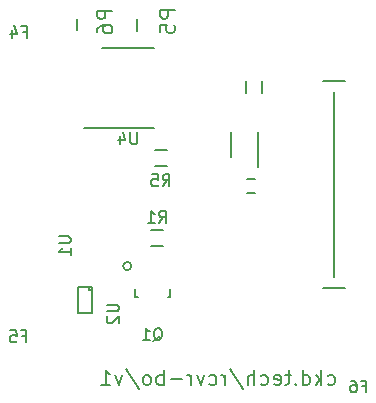
<source format=gbo>
G04 #@! TF.FileFunction,Legend,Bot*
%FSLAX46Y46*%
G04 Gerber Fmt 4.6, Leading zero omitted, Abs format (unit mm)*
G04 Created by KiCad (PCBNEW 4.0.1-stable) date Wednesday, February 10, 2016 'AMt' 10:32:58 AM*
%MOMM*%
G01*
G04 APERTURE LIST*
%ADD10C,0.100000*%
%ADD11C,0.200000*%
%ADD12C,0.150000*%
G04 APERTURE END LIST*
D10*
D11*
X146199524Y-93237619D02*
X144929524Y-93237619D01*
X144929524Y-93721428D01*
X144990000Y-93842381D01*
X145050476Y-93902857D01*
X145171429Y-93963333D01*
X145352857Y-93963333D01*
X145473810Y-93902857D01*
X145534286Y-93842381D01*
X145594762Y-93721428D01*
X145594762Y-93237619D01*
X144929524Y-95112381D02*
X144929524Y-94507619D01*
X145534286Y-94447143D01*
X145473810Y-94507619D01*
X145413333Y-94628571D01*
X145413333Y-94930952D01*
X145473810Y-95051905D01*
X145534286Y-95112381D01*
X145655238Y-95172857D01*
X145957619Y-95172857D01*
X146078571Y-95112381D01*
X146139048Y-95051905D01*
X146199524Y-94930952D01*
X146199524Y-94628571D01*
X146139048Y-94507619D01*
X146078571Y-94447143D01*
X143015714Y-93991191D02*
X143015714Y-94958810D01*
X140899524Y-93262619D02*
X139629524Y-93262619D01*
X139629524Y-93746428D01*
X139690000Y-93867381D01*
X139750476Y-93927857D01*
X139871429Y-93988333D01*
X140052857Y-93988333D01*
X140173810Y-93927857D01*
X140234286Y-93867381D01*
X140294762Y-93746428D01*
X140294762Y-93262619D01*
X139629524Y-95076905D02*
X139629524Y-94835000D01*
X139690000Y-94714048D01*
X139750476Y-94653571D01*
X139931905Y-94532619D01*
X140173810Y-94472143D01*
X140657619Y-94472143D01*
X140778571Y-94532619D01*
X140839048Y-94593095D01*
X140899524Y-94714048D01*
X140899524Y-94955952D01*
X140839048Y-95076905D01*
X140778571Y-95137381D01*
X140657619Y-95197857D01*
X140355238Y-95197857D01*
X140234286Y-95137381D01*
X140173810Y-95076905D01*
X140113333Y-94955952D01*
X140113333Y-94714048D01*
X140173810Y-94593095D01*
X140234286Y-94532619D01*
X140355238Y-94472143D01*
X137865714Y-93966191D02*
X137865714Y-94933810D01*
X159133094Y-124914048D02*
X159254047Y-124974524D01*
X159495951Y-124974524D01*
X159616904Y-124914048D01*
X159677380Y-124853571D01*
X159737856Y-124732619D01*
X159737856Y-124369762D01*
X159677380Y-124248810D01*
X159616904Y-124188333D01*
X159495951Y-124127857D01*
X159254047Y-124127857D01*
X159133094Y-124188333D01*
X158588809Y-124974524D02*
X158588809Y-123704524D01*
X158467857Y-124490714D02*
X158105000Y-124974524D01*
X158105000Y-124127857D02*
X158588809Y-124611667D01*
X157016428Y-124974524D02*
X157016428Y-123704524D01*
X157016428Y-124914048D02*
X157137381Y-124974524D01*
X157379285Y-124974524D01*
X157500238Y-124914048D01*
X157560714Y-124853571D01*
X157621190Y-124732619D01*
X157621190Y-124369762D01*
X157560714Y-124248810D01*
X157500238Y-124188333D01*
X157379285Y-124127857D01*
X157137381Y-124127857D01*
X157016428Y-124188333D01*
X156411666Y-124853571D02*
X156351190Y-124914048D01*
X156411666Y-124974524D01*
X156472142Y-124914048D01*
X156411666Y-124853571D01*
X156411666Y-124974524D01*
X155988333Y-124127857D02*
X155504523Y-124127857D01*
X155806904Y-123704524D02*
X155806904Y-124793095D01*
X155746428Y-124914048D01*
X155625475Y-124974524D01*
X155504523Y-124974524D01*
X154597381Y-124914048D02*
X154718333Y-124974524D01*
X154960238Y-124974524D01*
X155081190Y-124914048D01*
X155141666Y-124793095D01*
X155141666Y-124309286D01*
X155081190Y-124188333D01*
X154960238Y-124127857D01*
X154718333Y-124127857D01*
X154597381Y-124188333D01*
X154536904Y-124309286D01*
X154536904Y-124430238D01*
X155141666Y-124551190D01*
X153448333Y-124914048D02*
X153569286Y-124974524D01*
X153811190Y-124974524D01*
X153932143Y-124914048D01*
X153992619Y-124853571D01*
X154053095Y-124732619D01*
X154053095Y-124369762D01*
X153992619Y-124248810D01*
X153932143Y-124188333D01*
X153811190Y-124127857D01*
X153569286Y-124127857D01*
X153448333Y-124188333D01*
X152904048Y-124974524D02*
X152904048Y-123704524D01*
X152359762Y-124974524D02*
X152359762Y-124309286D01*
X152420239Y-124188333D01*
X152541191Y-124127857D01*
X152722619Y-124127857D01*
X152843572Y-124188333D01*
X152904048Y-124248810D01*
X150847857Y-123644048D02*
X151936429Y-125276905D01*
X150424524Y-124974524D02*
X150424524Y-124127857D01*
X150424524Y-124369762D02*
X150364048Y-124248810D01*
X150303572Y-124188333D01*
X150182619Y-124127857D01*
X150061667Y-124127857D01*
X149094048Y-124914048D02*
X149215001Y-124974524D01*
X149456905Y-124974524D01*
X149577858Y-124914048D01*
X149638334Y-124853571D01*
X149698810Y-124732619D01*
X149698810Y-124369762D01*
X149638334Y-124248810D01*
X149577858Y-124188333D01*
X149456905Y-124127857D01*
X149215001Y-124127857D01*
X149094048Y-124188333D01*
X148670715Y-124127857D02*
X148368334Y-124974524D01*
X148065954Y-124127857D01*
X147582144Y-124974524D02*
X147582144Y-124127857D01*
X147582144Y-124369762D02*
X147521668Y-124248810D01*
X147461192Y-124188333D01*
X147340239Y-124127857D01*
X147219287Y-124127857D01*
X146795954Y-124490714D02*
X145828335Y-124490714D01*
X145223573Y-124974524D02*
X145223573Y-123704524D01*
X145223573Y-124188333D02*
X145102621Y-124127857D01*
X144860716Y-124127857D01*
X144739764Y-124188333D01*
X144679287Y-124248810D01*
X144618811Y-124369762D01*
X144618811Y-124732619D01*
X144679287Y-124853571D01*
X144739764Y-124914048D01*
X144860716Y-124974524D01*
X145102621Y-124974524D01*
X145223573Y-124914048D01*
X143893096Y-124974524D02*
X144014049Y-124914048D01*
X144074525Y-124853571D01*
X144135001Y-124732619D01*
X144135001Y-124369762D01*
X144074525Y-124248810D01*
X144014049Y-124188333D01*
X143893096Y-124127857D01*
X143711668Y-124127857D01*
X143590716Y-124188333D01*
X143530239Y-124248810D01*
X143469763Y-124369762D01*
X143469763Y-124732619D01*
X143530239Y-124853571D01*
X143590716Y-124914048D01*
X143711668Y-124974524D01*
X143893096Y-124974524D01*
X142018334Y-123644048D02*
X143106906Y-125276905D01*
X141715953Y-124127857D02*
X141413572Y-124974524D01*
X141111192Y-124127857D01*
X139962144Y-124974524D02*
X140687858Y-124974524D01*
X140325001Y-124974524D02*
X140325001Y-123704524D01*
X140445953Y-123885952D01*
X140566906Y-124006905D01*
X140687858Y-124067381D01*
D12*
X158725000Y-99240000D02*
X160575000Y-99240000D01*
X158725000Y-116760000D02*
X160575000Y-116760000D01*
X159650000Y-115800000D02*
X159650000Y-100200000D01*
X152975000Y-107525000D02*
X152275000Y-107525000D01*
X152275000Y-108725000D02*
X152975000Y-108725000D01*
X150975000Y-105675000D02*
X150975000Y-103525000D01*
X153225000Y-106500000D02*
X153225000Y-103525000D01*
X153525000Y-100250000D02*
X153525000Y-99250000D01*
X152175000Y-99250000D02*
X152175000Y-100250000D01*
X142775180Y-116824200D02*
X142775180Y-117525240D01*
X142775180Y-117525240D02*
X143024100Y-117525240D01*
X145574160Y-117525240D02*
X145774820Y-117525240D01*
X145774820Y-117525240D02*
X145774820Y-116824200D01*
X145475000Y-105100000D02*
X144475000Y-105100000D01*
X144475000Y-106450000D02*
X145475000Y-106450000D01*
X142503553Y-114900000D02*
G75*
G03X142503553Y-114900000I-353553J0D01*
G01*
X138875000Y-116650000D02*
X138875000Y-116950000D01*
X138875000Y-116950000D02*
X139175000Y-116950000D01*
X137975000Y-118850000D02*
X137975000Y-116650000D01*
X137975000Y-116650000D02*
X139175000Y-116650000D01*
X139175000Y-116650000D02*
X139175000Y-118850000D01*
X139175000Y-118850000D02*
X137975000Y-118850000D01*
X140000000Y-96450000D02*
X144450000Y-96450000D01*
X138475000Y-103200000D02*
X144450000Y-103200000D01*
X145175000Y-111825000D02*
X144175000Y-111825000D01*
X144175000Y-113175000D02*
X145175000Y-113175000D01*
X133308333Y-95053571D02*
X133641667Y-95053571D01*
X133641667Y-95577381D02*
X133641667Y-94577381D01*
X133165476Y-94577381D01*
X132355952Y-94910714D02*
X132355952Y-95577381D01*
X132594048Y-94529762D02*
X132832143Y-95244048D01*
X132213095Y-95244048D01*
X133258333Y-120828571D02*
X133591667Y-120828571D01*
X133591667Y-121352381D02*
X133591667Y-120352381D01*
X133115476Y-120352381D01*
X132258333Y-120352381D02*
X132734524Y-120352381D01*
X132782143Y-120828571D01*
X132734524Y-120780952D01*
X132639286Y-120733333D01*
X132401190Y-120733333D01*
X132305952Y-120780952D01*
X132258333Y-120828571D01*
X132210714Y-120923810D01*
X132210714Y-121161905D01*
X132258333Y-121257143D01*
X132305952Y-121304762D01*
X132401190Y-121352381D01*
X132639286Y-121352381D01*
X132734524Y-121304762D01*
X132782143Y-121257143D01*
X162058333Y-125078571D02*
X162391667Y-125078571D01*
X162391667Y-125602381D02*
X162391667Y-124602381D01*
X161915476Y-124602381D01*
X161105952Y-124602381D02*
X161296429Y-124602381D01*
X161391667Y-124650000D01*
X161439286Y-124697619D01*
X161534524Y-124840476D01*
X161582143Y-125030952D01*
X161582143Y-125411905D01*
X161534524Y-125507143D01*
X161486905Y-125554762D01*
X161391667Y-125602381D01*
X161201190Y-125602381D01*
X161105952Y-125554762D01*
X161058333Y-125507143D01*
X161010714Y-125411905D01*
X161010714Y-125173810D01*
X161058333Y-125078571D01*
X161105952Y-125030952D01*
X161201190Y-124983333D01*
X161391667Y-124983333D01*
X161486905Y-125030952D01*
X161534524Y-125078571D01*
X161582143Y-125173810D01*
X144370238Y-121232619D02*
X144465476Y-121185000D01*
X144560714Y-121089762D01*
X144703571Y-120946905D01*
X144798810Y-120899286D01*
X144894048Y-120899286D01*
X144846429Y-121137381D02*
X144941667Y-121089762D01*
X145036905Y-120994524D01*
X145084524Y-120804048D01*
X145084524Y-120470714D01*
X145036905Y-120280238D01*
X144941667Y-120185000D01*
X144846429Y-120137381D01*
X144655952Y-120137381D01*
X144560714Y-120185000D01*
X144465476Y-120280238D01*
X144417857Y-120470714D01*
X144417857Y-120804048D01*
X144465476Y-120994524D01*
X144560714Y-121089762D01*
X144655952Y-121137381D01*
X144846429Y-121137381D01*
X143465476Y-121137381D02*
X144036905Y-121137381D01*
X143751191Y-121137381D02*
X143751191Y-120137381D01*
X143846429Y-120280238D01*
X143941667Y-120375476D01*
X144036905Y-120423095D01*
X145141666Y-108127381D02*
X145475000Y-107651190D01*
X145713095Y-108127381D02*
X145713095Y-107127381D01*
X145332142Y-107127381D01*
X145236904Y-107175000D01*
X145189285Y-107222619D01*
X145141666Y-107317857D01*
X145141666Y-107460714D01*
X145189285Y-107555952D01*
X145236904Y-107603571D01*
X145332142Y-107651190D01*
X145713095Y-107651190D01*
X144236904Y-107127381D02*
X144713095Y-107127381D01*
X144760714Y-107603571D01*
X144713095Y-107555952D01*
X144617857Y-107508333D01*
X144379761Y-107508333D01*
X144284523Y-107555952D01*
X144236904Y-107603571D01*
X144189285Y-107698810D01*
X144189285Y-107936905D01*
X144236904Y-108032143D01*
X144284523Y-108079762D01*
X144379761Y-108127381D01*
X144617857Y-108127381D01*
X144713095Y-108079762D01*
X144760714Y-108032143D01*
X136352381Y-112388095D02*
X137161905Y-112388095D01*
X137257143Y-112435714D01*
X137304762Y-112483333D01*
X137352381Y-112578571D01*
X137352381Y-112769048D01*
X137304762Y-112864286D01*
X137257143Y-112911905D01*
X137161905Y-112959524D01*
X136352381Y-112959524D01*
X137352381Y-113959524D02*
X137352381Y-113388095D01*
X137352381Y-113673809D02*
X136352381Y-113673809D01*
X136495238Y-113578571D01*
X136590476Y-113483333D01*
X136638095Y-113388095D01*
X140427381Y-118163095D02*
X141236905Y-118163095D01*
X141332143Y-118210714D01*
X141379762Y-118258333D01*
X141427381Y-118353571D01*
X141427381Y-118544048D01*
X141379762Y-118639286D01*
X141332143Y-118686905D01*
X141236905Y-118734524D01*
X140427381Y-118734524D01*
X140522619Y-119163095D02*
X140475000Y-119210714D01*
X140427381Y-119305952D01*
X140427381Y-119544048D01*
X140475000Y-119639286D01*
X140522619Y-119686905D01*
X140617857Y-119734524D01*
X140713095Y-119734524D01*
X140855952Y-119686905D01*
X141427381Y-119115476D01*
X141427381Y-119734524D01*
X142986905Y-103577381D02*
X142986905Y-104386905D01*
X142939286Y-104482143D01*
X142891667Y-104529762D01*
X142796429Y-104577381D01*
X142605952Y-104577381D01*
X142510714Y-104529762D01*
X142463095Y-104482143D01*
X142415476Y-104386905D01*
X142415476Y-103577381D01*
X141510714Y-103910714D02*
X141510714Y-104577381D01*
X141748810Y-103529762D02*
X141986905Y-104244048D01*
X141367857Y-104244048D01*
X144866666Y-111227381D02*
X145200000Y-110751190D01*
X145438095Y-111227381D02*
X145438095Y-110227381D01*
X145057142Y-110227381D01*
X144961904Y-110275000D01*
X144914285Y-110322619D01*
X144866666Y-110417857D01*
X144866666Y-110560714D01*
X144914285Y-110655952D01*
X144961904Y-110703571D01*
X145057142Y-110751190D01*
X145438095Y-110751190D01*
X143914285Y-111227381D02*
X144485714Y-111227381D01*
X144200000Y-111227381D02*
X144200000Y-110227381D01*
X144295238Y-110370238D01*
X144390476Y-110465476D01*
X144485714Y-110513095D01*
M02*

</source>
